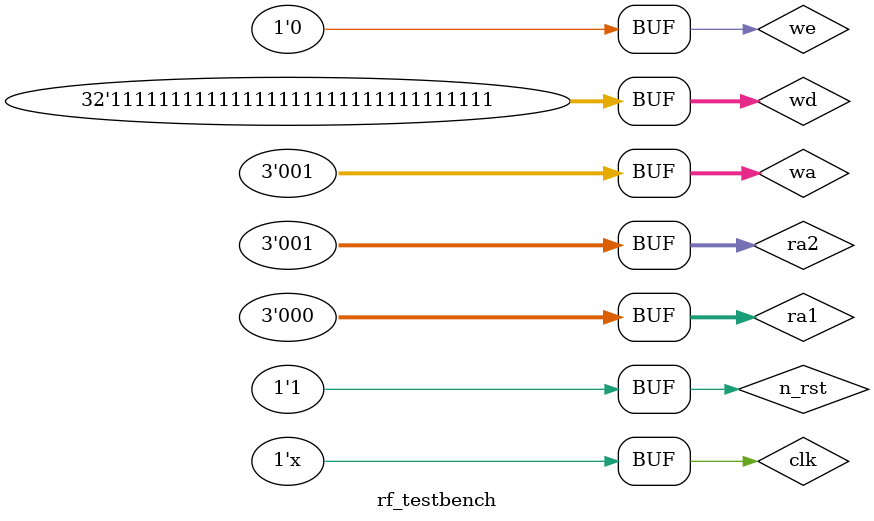
<source format=v>
`timescale 1ns / 1ps      // /

module rf_testbench;

    //  input  reg 
    reg clk, n_rst; 

    reg [2:0]  ra1, ra2, wa;
    reg [31:0] wd;
    reg we;

    //  output  wire 
    wire [31:0] rd1, rd2;

    // 
    register_file rf(ra1, ra2, wa, rd1, rd2, wd, we, clk, n_rst);
 
    // input  initial 
    initial begin
        clk  = 0;  n_rst = 0;   
        ra1 = 0;  ra2 = 1;  wa = 0;
        we = 0;

        // Wait 100 ns for global reset to finish   
        #100  n_rst = 1;

        // , 
        #1;

        // 
        #10 
        wa = 0;  wd =  1;  we = 1;  //  0 1 
        #10 
        we = 0;             // we  0 
        #10
        wa = 1;  wd = -1;  we = 1;  //  1 -1 
        #10
        we = 0;
    end
 
    // 10 ns  always 
    always begin    
        #5 clk = ~clk;
    end
endmodule // testbench


</source>
